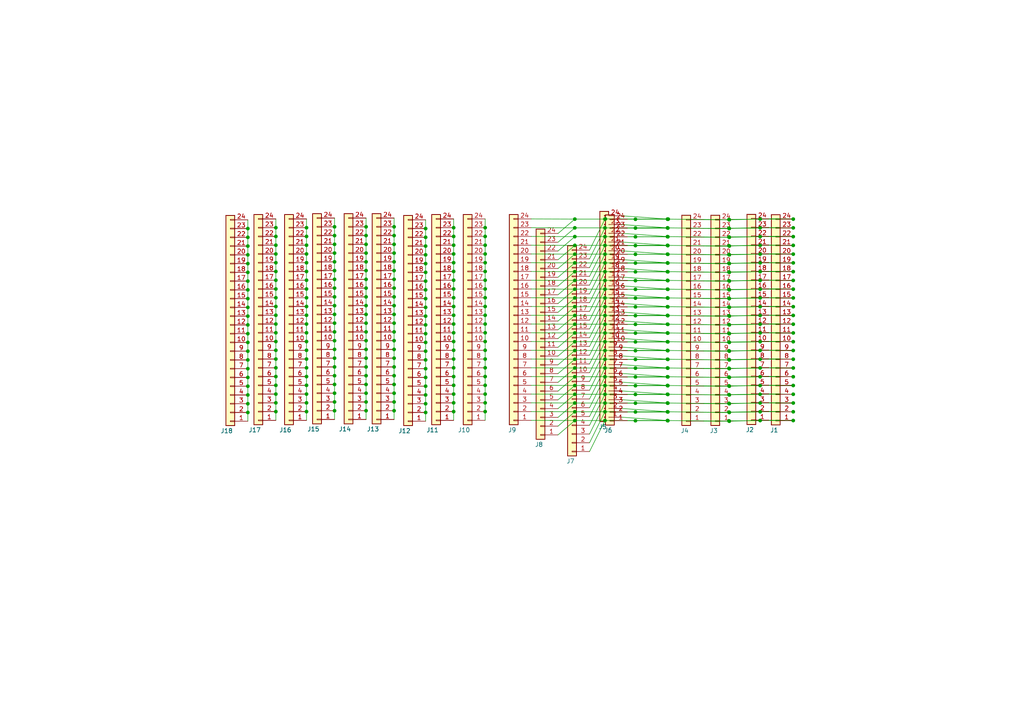
<source format=kicad_sch>
(kicad_sch (version 20211123) (generator eeschema)
  (paper "A4")
  (junction (at 114.3 68.326))
  (junction (at 106.172 75.946))
  (junction (at 106.172 96.266))
  (junction (at 193.7004 96.6216))
  (junction (at 140.716 99.06))
  (junction (at 140.716 106.68))
  (junction (at 71.882 78.994))
  (junction (at 106.172 106.426))
  (junction (at 184.3024 83.9216))
  (junction (at 71.882 73.914))
  (junction (at 166.7256 73.7108))
  (junction (at 220.472 81.3308))
  (junction (at 230.0732 88.9508))
  (junction (at 114.3 108.966))
  (junction (at 211.5312 106.934))
  (junction (at 106.172 98.806))
  (junction (at 175.4632 76.2508))
  (junction (at 220.472 99.1108))
  (junction (at 193.7004 66.1416))
  (junction (at 230.0732 91.4908))
  (junction (at 80.01 81.28))
  (junction (at 211.4296 86.5124))
  (junction (at 166.7256 106.7308))
  (junction (at 140.716 93.98))
  (junction (at 88.9 73.66))
  (junction (at 114.3 75.946))
  (junction (at 140.716 109.22))
  (junction (at 106.172 83.566))
  (junction (at 131.572 76.2))
  (junction (at 71.882 94.234))
  (junction (at 131.572 116.84))
  (junction (at 184.3024 76.3016))
  (junction (at 166.7256 78.7908))
  (junction (at 211.5312 63.754))
  (junction (at 166.7256 66.0908))
  (junction (at 80.01 99.06))
  (junction (at 166.7256 88.9508))
  (junction (at 211.4296 104.2924))
  (junction (at 97.028 93.726))
  (junction (at 131.572 104.14))
  (junction (at 220.472 116.8908))
  (junction (at 97.028 70.866))
  (junction (at 175.4632 88.9508))
  (junction (at 88.9 93.98))
  (junction (at 131.572 73.66))
  (junction (at 106.172 86.106))
  (junction (at 131.572 101.6))
  (junction (at 80.01 114.3))
  (junction (at 211.4296 83.9724))
  (junction (at 123.444 96.774))
  (junction (at 80.01 83.82))
  (junction (at 123.444 81.534))
  (junction (at 114.3 101.346))
  (junction (at 166.7256 63.5508))
  (junction (at 114.3 65.786))
  (junction (at 131.572 66.04))
  (junction (at 184.3024 106.7816))
  (junction (at 166.7256 81.3308))
  (junction (at 71.882 81.534))
  (junction (at 166.7256 99.1108))
  (junction (at 140.716 101.6))
  (junction (at 220.472 101.6508))
  (junction (at 88.9 86.36))
  (junction (at 230.0732 71.1708))
  (junction (at 193.5988 106.7308))
  (junction (at 184.3024 109.3216))
  (junction (at 175.4632 68.6308))
  (junction (at 184.3024 101.7016))
  (junction (at 211.5312 91.694))
  (junction (at 123.444 84.074))
  (junction (at 220.472 96.5708))
  (junction (at 114.3 83.566))
  (junction (at 123.444 86.614))
  (junction (at 175.4632 83.8708))
  (junction (at 114.3 96.266))
  (junction (at 175.4632 81.3308))
  (junction (at 184.3024 91.5416))
  (junction (at 123.444 109.474))
  (junction (at 230.0732 99.1108))
  (junction (at 88.9 91.44))
  (junction (at 166.7256 86.4108))
  (junction (at 114.3 73.406))
  (junction (at 97.028 65.786))
  (junction (at 106.172 101.346))
  (junction (at 88.9 114.3))
  (junction (at 80.01 66.04))
  (junction (at 193.7004 68.6816))
  (junction (at 80.01 111.76))
  (junction (at 220.472 83.8708))
  (junction (at 220.472 63.5508))
  (junction (at 211.5312 99.314))
  (junction (at 211.4296 63.6524))
  (junction (at 220.472 86.4108))
  (junction (at 230.0732 101.6508))
  (junction (at 97.028 116.586))
  (junction (at 193.5988 88.9508))
  (junction (at 71.882 99.314))
  (junction (at 140.716 66.04))
  (junction (at 230.0732 68.6308))
  (junction (at 97.028 83.566))
  (junction (at 140.716 91.44))
  (junction (at 131.572 96.52))
  (junction (at 211.4296 119.5324))
  (junction (at 230.0732 94.0308))
  (junction (at 211.5312 84.074))
  (junction (at 211.5312 73.914))
  (junction (at 140.716 73.66))
  (junction (at 193.7004 111.8616))
  (junction (at 71.882 68.834))
  (junction (at 80.01 71.12))
  (junction (at 131.572 106.68))
  (junction (at 123.444 66.294))
  (junction (at 166.7256 121.9708))
  (junction (at 211.5312 112.014))
  (junction (at 230.0732 116.8908))
  (junction (at 88.9 101.6))
  (junction (at 123.444 76.454))
  (junction (at 106.172 81.026))
  (junction (at 211.4296 78.8924))
  (junction (at 193.7004 104.2416))
  (junction (at 211.5312 104.394))
  (junction (at 211.5312 78.994))
  (junction (at 211.5312 81.534))
  (junction (at 106.172 114.046))
  (junction (at 211.4296 101.7524))
  (junction (at 230.0732 111.8108))
  (junction (at 71.882 119.634))
  (junction (at 175.4632 99.1108))
  (junction (at 80.01 88.9))
  (junction (at 230.0732 119.4308))
  (junction (at 166.7256 119.4308))
  (junction (at 106.172 108.966))
  (junction (at 193.7004 78.8416))
  (junction (at 131.572 83.82))
  (junction (at 211.4296 73.8124))
  (junction (at 88.9 81.28))
  (junction (at 106.172 93.726))
  (junction (at 193.7004 81.3816))
  (junction (at 211.4296 94.1324))
  (junction (at 211.5312 86.614))
  (junction (at 71.882 96.774))
  (junction (at 114.3 91.186))
  (junction (at 220.472 114.3508))
  (junction (at 193.5988 116.8908))
  (junction (at 106.172 111.506))
  (junction (at 166.7256 76.2508))
  (junction (at 71.882 109.474))
  (junction (at 88.9 68.58))
  (junction (at 184.3024 78.8416))
  (junction (at 193.5988 104.1908))
  (junction (at 131.572 114.3))
  (junction (at 123.444 78.994))
  (junction (at 184.3024 122.0216))
  (junction (at 88.9 106.68))
  (junction (at 97.028 75.946))
  (junction (at 80.01 101.6))
  (junction (at 193.7004 71.2216))
  (junction (at 123.444 71.374))
  (junction (at 193.5988 83.8708))
  (junction (at 80.01 91.44))
  (junction (at 193.5988 66.0908))
  (junction (at 97.028 81.026))
  (junction (at 88.9 76.2))
  (junction (at 211.4296 71.2724))
  (junction (at 220.472 104.1908))
  (junction (at 193.5988 63.5508))
  (junction (at 97.028 96.266))
  (junction (at 193.5988 73.7108))
  (junction (at 80.01 73.66))
  (junction (at 114.3 81.026))
  (junction (at 193.5988 78.7908))
  (junction (at 88.9 119.38))
  (junction (at 140.716 68.58))
  (junction (at 123.444 91.694))
  (junction (at 88.9 104.14))
  (junction (at 71.882 106.934))
  (junction (at 140.716 114.3))
  (junction (at 140.716 71.12))
  (junction (at 211.4296 76.3524))
  (junction (at 97.028 98.806))
  (junction (at 131.572 68.58))
  (junction (at 106.172 116.586))
  (junction (at 97.028 91.186))
  (junction (at 193.5988 119.4308))
  (junction (at 80.01 68.58))
  (junction (at 71.882 71.374))
  (junction (at 193.7004 89.0016))
  (junction (at 211.5312 114.554))
  (junction (at 80.01 116.84))
  (junction (at 123.444 94.234))
  (junction (at 97.028 106.426))
  (junction (at 230.0732 104.1908))
  (junction (at 140.716 116.84))
  (junction (at 97.028 88.646))
  (junction (at 114.3 119.126))
  (junction (at 211.5312 71.374))
  (junction (at 88.9 116.84))
  (junction (at 230.0732 121.9708))
  (junction (at 123.444 117.094))
  (junction (at 166.7256 111.8108))
  (junction (at 220.472 109.2708))
  (junction (at 175.4632 111.8108))
  (junction (at 106.172 73.406))
  (junction (at 131.572 93.98))
  (junction (at 114.3 106.426))
  (junction (at 131.572 78.74))
  (junction (at 193.5988 121.9708))
  (junction (at 220.472 106.7308))
  (junction (at 114.3 88.646))
  (junction (at 230.0732 109.2708))
  (junction (at 211.5312 119.634))
  (junction (at 71.882 66.294))
  (junction (at 193.7004 116.9416))
  (junction (at 175.4632 86.4108))
  (junction (at 80.01 93.98))
  (junction (at 175.4632 104.1908))
  (junction (at 114.3 111.506))
  (junction (at 193.7004 109.3216))
  (junction (at 193.5988 91.4908))
  (junction (at 184.3024 81.3816))
  (junction (at 184.3024 94.0816))
  (junction (at 175.4632 119.4308))
  (junction (at 166.7256 83.8708))
  (junction (at 114.3 114.046))
  (junction (at 211.5312 68.834))
  (junction (at 193.5988 68.6308))
  (junction (at 211.5312 89.154))
  (junction (at 193.7004 119.4816))
  (junction (at 175.4632 73.7108))
  (junction (at 71.882 101.854))
  (junction (at 123.444 114.554))
  (junction (at 131.572 86.36))
  (junction (at 211.5312 101.854))
  (junction (at 184.3024 89.0016))
  (junction (at 211.4296 96.6724))
  (junction (at 193.7004 83.9216))
  (junction (at 114.3 86.106))
  (junction (at 184.3024 104.2416))
  (junction (at 114.3 78.486))
  (junction (at 193.5988 96.5708))
  (junction (at 106.172 70.866))
  (junction (at 166.7256 101.6508))
  (junction (at 166.7256 116.8908))
  (junction (at 106.172 103.886))
  (junction (at 211.4296 114.4524))
  (junction (at 193.5988 94.0308))
  (junction (at 211.5312 117.094))
  (junction (at 175.4632 91.4908))
  (junction (at 175.4632 106.7308))
  (junction (at 123.444 112.014))
  (junction (at 97.028 108.966))
  (junction (at 131.572 88.9))
  (junction (at 71.882 76.454))
  (junction (at 88.9 99.06))
  (junction (at 230.0732 114.3508))
  (junction (at 193.7004 73.7616))
  (junction (at 140.716 76.2))
  (junction (at 211.4296 116.9924))
  (junction (at 140.716 119.38))
  (junction (at 140.716 86.36))
  (junction (at 131.572 99.06))
  (junction (at 175.4632 78.7908))
  (junction (at 175.4632 94.0308))
  (junction (at 131.572 111.76))
  (junction (at 123.444 101.854))
  (junction (at 184.3024 63.6016))
  (junction (at 211.4296 68.7324))
  (junction (at 193.5988 76.2508))
  (junction (at 193.802 63.5508))
  (junction (at 220.472 76.2508))
  (junction (at 175.5648 63.5))
  (junction (at 166.7256 94.0308))
  (junction (at 230.0732 66.0908))
  (junction (at 97.028 103.886))
  (junction (at 166.7256 71.1708))
  (junction (at 193.5988 111.8108))
  (junction (at 80.01 104.14))
  (junction (at 184.3024 111.8616))
  (junction (at 193.7004 86.4616))
  (junction (at 211.4296 81.4324))
  (junction (at 220.472 121.9708))
  (junction (at 193.5988 99.1108))
  (junction (at 193.5988 71.1708))
  (junction (at 140.716 96.52))
  (junction (at 230.0732 83.8708))
  (junction (at 193.7004 99.1616))
  (junction (at 184.3024 119.4816))
  (junction (at 106.172 68.326))
  (junction (at 88.9 109.22))
  (junction (at 71.882 84.074))
  (junction (at 193.7004 114.4016))
  (junction (at 97.028 86.106))
  (junction (at 71.882 104.394))
  (junction (at 193.5988 109.2708))
  (junction (at 220.472 71.1708))
  (junction (at 211.5312 96.774))
  (junction (at 193.7004 63.6016))
  (junction (at 80.01 96.52))
  (junction (at 184.3024 71.2216))
  (junction (at 88.9 83.82))
  (junction (at 230.0732 63.5508))
  (junction (at 211.4296 66.1924))
  (junction (at 193.5988 81.3308))
  (junction (at 88.9 88.9))
  (junction (at 175.4632 101.6508))
  (junction (at 166.7256 91.4908))
  (junction (at 140.716 78.74))
  (junction (at 140.716 83.82))
  (junction (at 211.4296 122.0724))
  (junction (at 114.3 116.586))
  (junction (at 88.9 96.52))
  (junction (at 230.0732 86.4108))
  (junction (at 230.0732 78.7908))
  (junction (at 123.444 104.394))
  (junction (at 184.3024 68.6816))
  (junction (at 175.4632 63.5508))
  (junction (at 71.882 112.014))
  (junction (at 131.572 91.44))
  (junction (at 123.444 89.154))
  (junction (at 175.4632 116.8908))
  (junction (at 88.9 78.74))
  (junction (at 193.5988 86.4108))
  (junction (at 220.472 78.7908))
  (junction (at 71.882 86.614))
  (junction (at 71.882 117.094))
  (junction (at 230.0732 81.3308))
  (junction (at 71.882 89.154))
  (junction (at 140.716 88.9))
  (junction (at 123.444 99.314))
  (junction (at 211.4296 99.2124))
  (junction (at 166.7256 109.2708))
  (junction (at 211.5312 76.454))
  (junction (at 230.0732 96.5708))
  (junction (at 220.472 91.4908))
  (junction (at 80.01 106.68))
  (junction (at 71.882 114.554))
  (junction (at 193.7004 91.5416))
  (junction (at 193.5988 101.6508))
  (junction (at 131.572 109.22))
  (junction (at 106.172 119.126))
  (junction (at 230.0732 76.2508))
  (junction (at 80.01 76.2))
  (junction (at 114.3 70.866))
  (junction (at 97.028 73.406))
  (junction (at 175.4632 66.0908))
  (junction (at 131.572 71.12))
  (junction (at 166.7256 104.1908))
  (junction (at 193.7004 101.7016))
  (junction (at 140.716 111.76))
  (junction (at 123.444 119.634))
  (junction (at 80.01 86.36))
  (junction (at 211.5312 66.294))
  (junction (at 193.7004 106.7816))
  (junction (at 97.028 78.486))
  (junction (at 106.172 65.786))
  (junction (at 123.444 106.934))
  (junction (at 123.444 73.914))
  (junction (at 175.4632 71.1708))
  (junction (at 80.01 109.22))
  (junction (at 97.028 119.126))
  (junction (at 193.7004 122.0216))
  (junction (at 230.0732 73.7108))
  (junction (at 193.5988 114.3508))
  (junction (at 184.3024 96.6216))
  (junction (at 106.172 88.646))
  (junction (at 131.572 119.38))
  (junction (at 175.4632 109.2708))
  (junction (at 97.028 68.326))
  (junction (at 166.7256 68.6308))
  (junction (at 184.3024 86.4616))
  (junction (at 184.3024 99.1616))
  (junction (at 166.7256 96.5708))
  (junction (at 184.3024 73.7616))
  (junction (at 71.882 91.694))
  (junction (at 114.3 103.886))
  (junction (at 211.4296 106.8324))
  (junction (at 193.7004 94.0816))
  (junction (at 88.9 66.04))
  (junction (at 175.4632 114.3508))
  (junction (at 114.3 98.806))
  (junction (at 88.9 111.76))
  (junction (at 175.4632 96.5708))
  (junction (at 211.4296 89.0524))
  (junction (at 97.028 101.346))
  (junction (at 123.444 68.834))
  (junction (at 184.3024 116.9416))
  (junction (at 140.716 81.28))
  (junction (at 211.4296 109.3724))
  (junction (at 220.472 111.8108))
  (junction (at 80.01 119.38))
  (junction (at 220.472 88.9508))
  (junction (at 211.5312 94.234))
  (junction (at 97.028 111.506))
  (junction (at 211.4296 111.9124))
  (junction (at 106.172 91.186))
  (junction (at 211.5312 122.174))
  (junction (at 106.172 78.486))
  (junction (at 184.3024 66.1416))
  (junction (at 220.472 68.6308))
  (junction (at 184.3024 114.4016))
  (junction (at 220.472 66.0908))
  (junction (at 220.472 119.4308))
  (junction (at 211.5312 109.474))
  (junction (at 140.716 104.14))
  (junction (at 97.028 114.046))
  (junction (at 80.01 78.74))
  (junction (at 220.472 73.7108))
  (junction (at 88.9 71.12))
  (junction (at 114.3 93.726))
  (junction (at 211.4296 91.5924))
  (junction (at 193.7004 76.3016))
  (junction (at 220.472 94.0308))
  (junction (at 131.572 81.28))
  (junction (at 175.4632 121.9708))
  (junction (at 166.7256 114.3508))
  (junction (at 230.0732 106.7308))
  (wire (pts (xy 71.882 84.074) (xy 71.882 86.614)))
  (wire (pts (xy 140.716 63.5) (xy 140.716 66.04)))
  (wire (pts (xy 184.3024 94.0816) (xy 193.7004 94.0816)))
  (wire (pts (xy 204.1144 99.2632) (xy 211.5312 99.314)))
  (wire (pts (xy 211.5312 112.014) (xy 193.5988 111.8108)))
  (wire (pts (xy 220.472 76.2508) (xy 211.4296 76.3524)))
  (wire (pts (xy 204.1144 86.5632) (xy 211.5312 86.614)))
  (wire (pts (xy 80.01 86.36) (xy 80.01 88.9)))
  (wire (pts (xy 212.5472 73.8632) (xy 220.472 73.7108)))
  (wire (pts (xy 97.028 114.046) (xy 97.028 116.586)))
  (wire (pts (xy 166.7256 121.9708) (xy 175.4632 121.9708)))
  (wire (pts (xy 71.882 63.754) (xy 71.882 66.294)))
  (wire (pts (xy 80.01 88.9) (xy 80.01 91.44)))
  (wire (pts (xy 220.472 96.5708) (xy 211.4296 96.6724)))
  (wire (pts (xy 204.1144 71.3232) (xy 211.5312 71.374)))
  (wire (pts (xy 184.3024 109.3216) (xy 193.7004 109.3216)))
  (wire (pts (xy 88.9 83.82) (xy 88.9 86.36)))
  (wire (pts (xy 88.9 68.58) (xy 88.9 71.12)))
  (wire (pts (xy 223.012 86.3092) (xy 230.0732 86.4108)))
  (wire (pts (xy 170.9928 105.5624) (xy 175.4632 96.5708)))
  (wire (pts (xy 181.9656 91.5416) (xy 184.3024 91.5416)))
  (wire (pts (xy 180.34 95.6056) (xy 193.5988 96.5708)))
  (wire (pts (xy 220.472 94.0308) (xy 211.4296 94.1324)))
  (wire (pts (xy 106.172 93.726) (xy 106.172 96.266)))
  (wire (pts (xy 97.028 111.506) (xy 97.028 114.046)))
  (wire (pts (xy 184.3024 89.0016) (xy 193.7004 89.0016)))
  (wire (pts (xy 114.3 96.266) (xy 114.3 98.806)))
  (wire (pts (xy 211.4296 111.9124) (xy 211.5312 112.014)))
  (wire (pts (xy 106.172 70.866) (xy 106.172 73.406)))
  (wire (pts (xy 106.172 91.186) (xy 106.172 93.726)))
  (wire (pts (xy 193.7004 66.1416) (xy 175.4632 66.0908)))
  (wire (pts (xy 223.012 104.0892) (xy 230.0732 104.1908)))
  (wire (pts (xy 212.5472 63.7032) (xy 220.472 63.5508)))
  (wire (pts (xy 184.3024 86.4616) (xy 193.7004 86.4616)))
  (wire (pts (xy 97.028 93.726) (xy 97.028 96.266)))
  (wire (pts (xy 140.716 76.2) (xy 140.716 78.74)))
  (wire (pts (xy 212.5472 81.4832) (xy 220.472 81.3308)))
  (wire (pts (xy 88.9 73.66) (xy 88.9 76.2)))
  (wire (pts (xy 211.4296 122.0724) (xy 211.5312 122.174)))
  (wire (pts (xy 180.34 93.0656) (xy 193.5988 94.0308)))
  (wire (pts (xy 131.572 91.44) (xy 131.572 93.98)))
  (wire (pts (xy 180.34 87.9856) (xy 193.5988 88.9508)))
  (wire (pts (xy 114.3 86.106) (xy 114.3 88.646)))
  (wire (pts (xy 211.4296 68.7324) (xy 211.5312 68.834)))
  (wire (pts (xy 140.716 78.74) (xy 140.716 81.28)))
  (wire (pts (xy 154.0764 68.58) (xy 166.7256 68.6308)))
  (wire (pts (xy 161.8488 110.8964) (xy 166.7256 106.7308)))
  (wire (pts (xy 88.9 81.28) (xy 88.9 83.82)))
  (wire (pts (xy 140.716 81.28) (xy 140.716 83.82)))
  (wire (pts (xy 88.9 88.9) (xy 88.9 91.44)))
  (wire (pts (xy 212.5472 101.8032) (xy 220.472 101.6508)))
  (wire (pts (xy 193.5988 83.8708) (xy 184.3024 83.9216)))
  (wire (pts (xy 230.0732 106.7308) (xy 220.472 106.7308)))
  (wire (pts (xy 166.7256 106.7308) (xy 175.4632 106.7308)))
  (wire (pts (xy 230.0732 83.8708) (xy 220.472 83.8708)))
  (wire (pts (xy 193.5988 104.1908) (xy 184.3024 104.2416)))
  (wire (pts (xy 223.012 96.4692) (xy 230.0732 96.5708)))
  (wire (pts (xy 170.9928 77.6224) (xy 175.4632 68.6308)))
  (wire (pts (xy 211.4296 106.8324) (xy 211.5312 106.934)))
  (wire (pts (xy 211.4296 91.5924) (xy 211.5312 91.694)))
  (wire (pts (xy 154.0764 91.44) (xy 166.7256 91.4908)))
  (wire (pts (xy 184.3024 119.4816) (xy 193.7004 119.4816)))
  (wire (pts (xy 97.028 78.486) (xy 97.028 81.026)))
  (wire (pts (xy 170.9928 115.7224) (xy 175.4632 106.7308)))
  (wire (pts (xy 170.9928 97.9424) (xy 175.4632 88.9508)))
  (wire (pts (xy 193.5988 73.7108) (xy 184.3024 73.7616)))
  (wire (pts (xy 88.9 119.38) (xy 88.9 121.92)))
  (wire (pts (xy 204.1144 91.6432) (xy 211.5312 91.694)))
  (wire (pts (xy 211.5312 81.534) (xy 193.5988 81.3308)))
  (wire (pts (xy 97.028 119.126) (xy 97.028 121.666)))
  (wire (pts (xy 154.0764 116.84) (xy 166.7256 116.8908)))
  (wire (pts (xy 140.716 109.22) (xy 140.716 111.76)))
  (wire (pts (xy 204.1144 94.1832) (xy 211.5312 94.234)))
  (wire (pts (xy 80.01 91.44) (xy 80.01 93.98)))
  (wire (pts (xy 71.882 94.234) (xy 71.882 96.774)))
  (wire (pts (xy 106.172 75.946) (xy 106.172 78.486)))
  (wire (pts (xy 211.4296 86.5124) (xy 211.5312 86.614)))
  (wire (pts (xy 154.0764 119.38) (xy 166.7256 119.4308)))
  (wire (pts (xy 193.7004 114.4016) (xy 175.4632 114.3508)))
  (wire (pts (xy 80.01 83.82) (xy 80.01 86.36)))
  (wire (pts (xy 220.472 86.4108) (xy 211.4296 86.5124)))
  (wire (pts (xy 123.444 86.614) (xy 123.444 89.154)))
  (wire (pts (xy 230.0732 111.8108) (xy 220.472 111.8108)))
  (wire (pts (xy 220.472 99.1108) (xy 211.4296 99.2124)))
  (wire (pts (xy 184.3024 106.7816) (xy 193.7004 106.7816)))
  (wire (pts (xy 223.012 65.9892) (xy 230.0732 66.0908)))
  (wire (pts (xy 166.7256 96.5708) (xy 175.4632 96.5708)))
  (wire (pts (xy 193.7004 89.0016) (xy 175.4632 88.9508)))
  (wire (pts (xy 140.716 104.14) (xy 140.716 106.68)))
  (wire (pts (xy 230.0732 109.2708) (xy 220.472 109.2708)))
  (wire (pts (xy 170.9928 113.1824) (xy 175.4632 104.1908)))
  (wire (pts (xy 97.028 73.406) (xy 97.028 75.946)))
  (wire (pts (xy 114.3 63.246) (xy 114.3 65.786)))
  (wire (pts (xy 123.444 112.014) (xy 123.444 114.554)))
  (wire (pts (xy 220.472 91.4908) (xy 211.4296 91.5924)))
  (wire (pts (xy 106.172 108.966) (xy 106.172 111.506)))
  (wire (pts (xy 106.172 63.246) (xy 106.172 65.786)))
  (wire (pts (xy 114.3 98.806) (xy 114.3 101.346)))
  (wire (pts (xy 131.572 119.38) (xy 131.572 121.92)))
  (wire (pts (xy 97.028 103.886) (xy 97.028 106.426)))
  (wire (pts (xy 154.0764 101.6) (xy 166.7256 101.6508)))
  (wire (pts (xy 223.012 76.1492) (xy 230.0732 76.2508)))
  (wire (pts (xy 212.5472 114.5032) (xy 220.472 114.3508)))
  (wire (pts (xy 184.3024 63.6016) (xy 193.7004 63.6016)))
  (wire (pts (xy 80.01 99.06) (xy 80.01 101.6)))
  (wire (pts (xy 230.0732 119.4308) (xy 220.472 119.4308)))
  (wire (pts (xy 211.4296 96.6724) (xy 211.5312 96.774)))
  (wire (pts (xy 184.3024 76.3016) (xy 193.7004 76.3016)))
  (wire (pts (xy 131.572 83.82) (xy 131.572 86.36)))
  (wire (pts (xy 211.5312 96.774) (xy 193.5988 96.5708)))
  (wire (pts (xy 193.5988 111.8108) (xy 184.3024 111.8616)))
  (wire (pts (xy 184.3024 91.5416) (xy 193.7004 91.5416)))
  (wire (pts (xy 181.9656 99.1616) (xy 184.3024 99.1616)))
  (wire (pts (xy 184.3024 68.6816) (xy 193.7004 68.6816)))
  (wire (pts (xy 80.01 96.52) (xy 80.01 99.06)))
  (wire (pts (xy 204.1144 111.9632) (xy 211.5312 112.014)))
  (wire (pts (xy 170.9928 125.8824) (xy 175.4632 116.8908)))
  (wire (pts (xy 193.7004 76.3016) (xy 175.4632 76.2508)))
  (wire (pts (xy 97.028 116.586) (xy 97.028 119.126)))
  (wire (pts (xy 212.5472 94.1832) (xy 220.472 94.0308)))
  (wire (pts (xy 71.882 104.394) (xy 71.882 106.934)))
  (wire (pts (xy 211.5312 84.074) (xy 193.5988 83.8708)))
  (wire (pts (xy 106.172 114.046) (xy 106.172 116.586)))
  (wire (pts (xy 97.028 70.866) (xy 97.028 73.406)))
  (wire (pts (xy 154.0764 71.12) (xy 166.7256 71.1708)))
  (wire (pts (xy 211.4296 101.7524) (xy 211.5312 101.854)))
  (wire (pts (xy 123.444 114.554) (xy 123.444 117.094)))
  (wire (pts (xy 193.7004 109.3216) (xy 175.4632 109.2708)))
  (wire (pts (xy 180.34 121.0056) (xy 193.5988 121.9708)))
  (wire (pts (xy 140.716 106.68) (xy 140.716 109.22)))
  (wire (pts (xy 211.5312 119.634) (xy 193.5988 119.4308)))
  (wire (pts (xy 193.7004 101.7016) (xy 175.4632 101.6508)))
  (wire (pts (xy 181.9656 76.3016) (xy 184.3024 76.3016)))
  (wire (pts (xy 204.1144 101.8032) (xy 211.5312 101.854)))
  (wire (pts (xy 161.8488 72.7964) (xy 166.7256 68.6308)))
  (wire (pts (xy 193.5988 91.4908) (xy 184.3024 91.5416)))
  (wire (pts (xy 114.3 75.946) (xy 114.3 78.486)))
  (wire (pts (xy 140.716 88.9) (xy 140.716 91.44)))
  (wire (pts (xy 71.882 71.374) (xy 71.882 73.914)))
  (wire (pts (xy 223.012 83.7692) (xy 230.0732 83.8708)))
  (wire (pts (xy 211.4296 109.3724) (xy 211.5312 109.474)))
  (wire (pts (xy 212.5472 99.2632) (xy 220.472 99.1108)))
  (wire (pts (xy 123.444 104.394) (xy 123.444 106.934)))
  (wire (pts (xy 170.9928 128.4224) (xy 175.4632 119.4308)))
  (wire (pts (xy 193.5988 76.2508) (xy 184.3024 76.3016)))
  (wire (pts (xy 161.8488 108.3564) (xy 166.7256 104.1908)))
  (wire (pts (xy 154.0764 111.76) (xy 166.7256 111.8108)))
  (wire (pts (xy 220.472 109.2708) (xy 211.4296 109.3724)))
  (wire (pts (xy 211.4296 116.9924) (xy 211.5312 117.094)))
  (wire (pts (xy 211.4296 99.2124) (xy 211.5312 99.314)))
  (wire (pts (xy 97.028 65.786) (xy 97.028 68.326)))
  (wire (pts (xy 223.012 78.6892) (xy 230.0732 78.7908)))
  (wire (pts (xy 131.572 93.98) (xy 131.572 96.52)))
  (wire (pts (xy 97.028 108.966) (xy 97.028 111.506)))
  (wire (pts (xy 204.1144 63.7032) (xy 211.5312 63.754)))
  (wire (pts (xy 212.5472 86.5632) (xy 220.472 86.4108)))
  (wire (pts (xy 106.172 101.346) (xy 106.172 103.886)))
  (wire (pts (xy 204.1144 109.4232) (xy 211.5312 109.474)))
  (wire (pts (xy 181.9656 78.8416) (xy 184.3024 78.8416)))
  (wire (pts (xy 211.5312 104.394) (xy 193.5988 104.1908)))
  (wire (pts (xy 166.7256 83.8708) (xy 175.4632 83.8708)))
  (wire (pts (xy 184.3024 101.7016) (xy 193.7004 101.7016)))
  (wire (pts (xy 184.3024 116.9416) (xy 193.7004 116.9416)))
  (wire (pts (xy 131.572 78.74) (xy 131.572 81.28)))
  (wire (pts (xy 184.3024 122.0216) (xy 193.7004 122.0216)))
  (wire (pts (xy 212.5472 71.3232) (xy 220.472 71.1708)))
  (wire (pts (xy 175.5648 63.5) (xy 175.4632 63.5508)))
  (wire (pts (xy 193.7004 111.8616) (xy 175.4632 111.8108)))
  (wire (pts (xy 211.5312 122.174) (xy 193.5988 121.9708)))
  (wire (pts (xy 123.444 101.854) (xy 123.444 104.394)))
  (wire (pts (xy 180.34 62.5856) (xy 193.5988 63.5508)))
  (wire (pts (xy 212.5472 68.7832) (xy 220.472 68.6308)))
  (wire (pts (xy 230.0732 86.4108) (xy 220.472 86.4108)))
  (wire (pts (xy 114.3 101.346) (xy 114.3 103.886)))
  (wire (pts (xy 161.8488 93.1164) (xy 166.7256 88.9508)))
  (wire (pts (xy 193.5988 66.0908) (xy 184.3024 66.1416)))
  (wire (pts (xy 220.472 81.3308) (xy 211.4296 81.4324)))
  (wire (pts (xy 193.802 63.5508) (xy 175.5648 63.5)))
  (wire (pts (xy 88.9 104.14) (xy 88.9 106.68)))
  (wire (pts (xy 181.9656 66.1416) (xy 184.3024 66.1416)))
  (wire (pts (xy 166.7256 86.4108) (xy 175.4632 86.4108)))
  (wire (pts (xy 204.1144 66.2432) (xy 211.5312 66.294)))
  (wire (pts (xy 97.028 83.566) (xy 97.028 86.106)))
  (wire (pts (xy 193.5988 63.5508) (xy 184.3024 63.6016)))
  (wire (pts (xy 106.172 68.326) (xy 106.172 70.866)))
  (wire (pts (xy 204.1144 76.4032) (xy 211.5312 76.454)))
  (wire (pts (xy 161.8488 67.7164) (xy 166.7256 63.5508)))
  (wire (pts (xy 123.444 76.454) (xy 123.444 78.994)))
  (wire (pts (xy 220.472 111.8108) (xy 211.4296 111.9124)))
  (wire (pts (xy 106.172 86.106) (xy 106.172 88.646)))
  (wire (pts (xy 193.7004 94.0816) (xy 175.4632 94.0308)))
  (wire (pts (xy 170.9928 85.2424) (xy 175.4632 76.2508)))
  (wire (pts (xy 211.5312 101.854) (xy 193.5988 101.6508)))
  (wire (pts (xy 220.472 83.8708) (xy 211.4296 83.9724)))
  (wire (pts (xy 106.172 78.486) (xy 106.172 81.026)))
  (wire (pts (xy 71.882 106.934) (xy 71.882 109.474)))
  (wire (pts (xy 80.01 81.28) (xy 80.01 83.82)))
  (wire (pts (xy 140.716 111.76) (xy 140.716 114.3)))
  (wire (pts (xy 123.444 96.774) (xy 123.444 99.314)))
  (wire (pts (xy 88.9 63.5) (xy 88.9 66.04)))
  (wire (pts (xy 123.444 71.374) (xy 123.444 73.914)))
  (wire (pts (xy 161.8488 77.8764) (xy 166.7256 73.7108)))
  (wire (pts (xy 106.172 88.646) (xy 106.172 91.186)))
  (wire (pts (xy 131.572 109.22) (xy 131.572 111.76)))
  (wire (pts (xy 230.0732 116.8908) (xy 220.472 116.8908)))
  (wire (pts (xy 212.5472 84.0232) (xy 220.472 83.8708)))
  (wire (pts (xy 71.882 66.294) (xy 71.882 68.834)))
  (wire (pts (xy 211.5312 91.694) (xy 193.5988 91.4908)))
  (wire (pts (xy 154.0764 81.28) (xy 166.7256 81.3308)))
  (wire (pts (xy 211.5312 63.754) (xy 193.5988 63.5508)))
  (wire (pts (xy 88.9 111.76) (xy 88.9 114.3)))
  (wire (pts (xy 181.9656 114.4016) (xy 184.3024 114.4016)))
  (wire (pts (xy 220.472 121.9708) (xy 211.4296 122.0724)))
  (wire (pts (xy 88.9 114.3) (xy 88.9 116.84)))
  (wire (pts (xy 212.5472 89.1032) (xy 220.472 88.9508)))
  (wire (pts (xy 223.012 114.2492) (xy 230.0732 114.3508)))
  (wire (pts (xy 180.34 80.3656) (xy 193.5988 81.3308)))
  (wire (pts (xy 80.01 106.68) (xy 80.01 109.22)))
  (wire (pts (xy 230.0732 71.1708) (xy 220.472 71.1708)))
  (wire (pts (xy 154.0764 88.9) (xy 166.7256 88.9508)))
  (wire (pts (xy 80.01 116.84) (xy 80.01 119.38)))
  (wire (pts (xy 131.572 96.52) (xy 131.572 99.06)))
  (wire (pts (xy 220.472 119.4308) (xy 211.4296 119.5324)))
  (wire (pts (xy 212.5472 106.8832) (xy 220.472 106.7308)))
  (wire (pts (xy 106.172 73.406) (xy 106.172 75.946)))
  (wire (pts (xy 220.472 106.7308) (xy 211.4296 106.8324)))
  (wire (pts (xy 154.0764 86.36) (xy 166.7256 86.4108)))
  (wire (pts (xy 114.3 91.186) (xy 114.3 93.726)))
  (wire (pts (xy 170.9928 80.1624) (xy 175.4632 71.1708)))
  (wire (pts (xy 161.8488 82.9564) (xy 166.7256 78.7908)))
  (wire (pts (xy 193.7004 116.9416) (xy 175.4632 116.8908)))
  (wire (pts (xy 184.3024 96.6216) (xy 193.7004 96.6216)))
  (wire (pts (xy 114.3 88.646) (xy 114.3 91.186)))
  (wire (pts (xy 123.444 99.314) (xy 123.444 101.854)))
  (wire (pts (xy 166.7256 119.4308) (xy 175.4632 119.4308)))
  (wire (pts (xy 114.3 70.866) (xy 114.3 73.406)))
  (wire (pts (xy 211.4296 114.4524) (xy 211.5312 114.554)))
  (wire (pts (xy 170.9928 100.4824) (xy 175.4632 91.4908)))
  (wire (pts (xy 123.444 63.754) (xy 123.444 66.294)))
  (wire (pts (xy 193.5988 119.4308) (xy 184.3024 119.4816)))
  (wire (pts (xy 181.9656 101.7016) (xy 184.3024 101.7016)))
  (wire (pts (xy 140.716 96.52) (xy 140.716 99.06)))
  (wire (pts (xy 180.34 118.4656) (xy 193.5988 119.4308)))
  (wire (pts (xy 193.7004 96.6216) (xy 175.4632 96.5708)))
  (wire (pts (xy 193.7004 78.8416) (xy 175.4632 78.7908)))
  (wire (pts (xy 88.9 116.84) (xy 88.9 119.38)))
  (wire (pts (xy 223.012 68.5292) (xy 230.0732 68.6308)))
  (wire (pts (xy 140.716 68.58) (xy 140.716 71.12)))
  (wire (pts (xy 223.012 101.5492) (xy 230.0732 101.6508)))
  (wire (pts (xy 131.572 88.9) (xy 131.572 91.44)))
  (wire (pts (xy 166.7256 116.8908) (xy 175.4632 116.8908)))
  (wire (pts (xy 170.9928 103.0224) (xy 175.4632 94.0308)))
  (wire (pts (xy 80.01 63.5) (xy 80.01 66.04)))
  (wire (pts (xy 193.7004 73.7616) (xy 175.4632 73.7108)))
  (wire (pts (xy 193.5988 121.9708) (xy 184.3024 122.0216)))
  (wire (pts (xy 123.444 91.694) (xy 123.444 94.234)))
  (wire (pts (xy 161.8488 123.5964) (xy 166.7256 119.4308)))
  (wire (pts (xy 223.012 106.6292) (xy 230.0732 106.7308)))
  (wire (pts (xy 140.716 93.98) (xy 140.716 96.52)))
  (wire (pts (xy 123.444 66.294) (xy 123.444 68.834)))
  (wire (pts (xy 114.3 108.966) (xy 114.3 111.506)))
  (wire (pts (xy 223.012 81.2292) (xy 230.0732 81.3308)))
  (wire (pts (xy 131.572 106.68) (xy 131.572 109.22)))
  (wire (pts (xy 211.4296 119.5324) (xy 211.5312 119.634)))
  (wire (pts (xy 181.9656 109.3216) (xy 184.3024 109.3216)))
  (wire (pts (xy 71.882 96.774) (xy 71.882 99.314)))
  (wire (pts (xy 161.8488 90.5764) (xy 166.7256 86.4108)))
  (wire (pts (xy 230.0732 94.0308) (xy 220.472 94.0308)))
  (wire (pts (xy 114.3 83.566) (xy 114.3 86.106)))
  (wire (pts (xy 114.3 103.886) (xy 114.3 106.426)))
  (wire (pts (xy 88.9 86.36) (xy 88.9 88.9)))
  (wire (pts (xy 211.5312 99.314) (xy 193.5988 99.1108)))
  (wire (pts (xy 97.028 91.186) (xy 97.028 93.726)))
  (wire (pts (xy 154.0764 121.92) (xy 166.7256 121.9708)))
  (wire (pts (xy 106.172 65.786) (xy 106.172 68.326)))
  (wire (pts (xy 71.882 78.994) (xy 71.882 81.534)))
  (wire (pts (xy 97.028 81.026) (xy 97.028 83.566)))
  (wire (pts (xy 230.0732 99.1108) (xy 220.472 99.1108)))
  (wire (pts (xy 181.9656 96.6216) (xy 184.3024 96.6216)))
  (wire (pts (xy 131.572 86.36) (xy 131.572 88.9)))
  (wire (pts (xy 166.7256 81.3308) (xy 175.4632 81.3308)))
  (wire (pts (xy 211.5312 78.994) (xy 193.5988 78.7908)))
  (wire (pts (xy 223.012 121.8692) (xy 230.0732 121.9708)))
  (wire (pts (xy 181.9656 119.4816) (xy 184.3024 119.4816)))
  (wire (pts (xy 193.5988 86.4108) (xy 184.3024 86.4616)))
  (wire (pts (xy 166.7256 99.1108) (xy 175.4632 99.1108)))
  (wire (pts (xy 180.34 98.1456) (xy 193.5988 99.1108)))
  (wire (pts (xy 80.01 66.04) (xy 80.01 68.58)))
  (wire (pts (xy 181.9656 81.3816) (xy 184.3024 81.3816)))
  (wire (pts (xy 166.7256 91.4908) (xy 175.4632 91.4908)))
  (wire (pts (xy 223.012 119.3292) (xy 230.0732 119.4308)))
  (wire (pts (xy 166.7256 68.6308) (xy 175.4632 68.6308)))
  (wire (pts (xy 88.9 66.04) (xy 88.9 68.58)))
  (wire (pts (xy 193.5988 78.7908) (xy 184.3024 78.8416)))
  (wire (pts (xy 181.9656 86.4616) (xy 184.3024 86.4616)))
  (wire (pts (xy 230.0732 104.1908) (xy 220.472 104.1908)))
  (wire (pts (xy 161.8488 70.2564) (xy 166.7256 66.0908)))
  (wire (pts (xy 71.882 89.154) (xy 71.882 91.694)))
  (wire (pts (xy 204.1144 122.1232) (xy 211.5312 122.174)))
  (wire (pts (xy 170.9928 72.5424) (xy 175.4632 63.5508)))
  (wire (pts (xy 193.7004 81.3816) (xy 175.4632 81.3308)))
  (wire (pts (xy 211.4296 94.1324) (xy 211.5312 94.234)))
  (wire (pts (xy 161.8488 85.4964) (xy 166.7256 81.3308)))
  (wire (pts (xy 131.572 76.2) (xy 131.572 78.74)))
  (wire (pts (xy 212.5472 117.0432) (xy 220.472 116.8908)))
  (wire (pts (xy 123.444 81.534) (xy 123.444 84.074)))
  (wire (pts (xy 131.572 101.6) (xy 131.572 104.14)))
  (wire (pts (xy 230.0732 114.3508) (xy 220.472 114.3508)))
  (wire (pts (xy 193.7004 91.5416) (xy 175.4632 91.4908)))
  (wire (pts (xy 180.34 108.3056) (xy 193.5988 109.2708)))
  (wire (pts (xy 166.7256 76.2508) (xy 175.4632 76.2508)))
  (wire (pts (xy 154.0764 96.52) (xy 166.7256 96.5708)))
  (wire (pts (xy 106.172 111.506) (xy 106.172 114.046)))
  (wire (pts (xy 212.5472 111.9632) (xy 220.472 111.8108)))
  (wire (pts (xy 88.9 109.22) (xy 88.9 111.76)))
  (wire (pts (xy 212.5472 76.4032) (xy 220.472 76.2508)))
  (wire (pts (xy 80.01 104.14) (xy 80.01 106.68)))
  (wire (pts (xy 154.0764 78.74) (xy 166.7256 78.7908)))
  (wire (pts (xy 140.716 119.38) (xy 140.716 121.92)))
  (wire (pts (xy 223.012 88.8492) (xy 230.0732 88.9508)))
  (wire (pts (xy 211.4296 73.8124) (xy 211.5312 73.914)))
  (wire (pts (xy 223.012 116.7892) (xy 230.0732 116.8908)))
  (wire (pts (xy 211.5312 109.474) (xy 193.5988 109.2708)))
  (wire (pts (xy 123.444 94.234) (xy 123.444 96.774)))
  (wire (pts (xy 166.7256 78.7908) (xy 175.4632 78.7908)))
  (wire (pts (xy 80.01 68.58) (xy 80.01 71.12)))
  (wire (pts (xy 212.5472 78.9432) (xy 220.472 78.7908)))
  (wire (pts (xy 204.1144 73.8632) (xy 211.5312 73.914)))
  (wire (pts (xy 71.882 99.314) (xy 71.882 101.854)))
  (wire (pts (xy 180.34 70.2056) (xy 193.5988 71.1708)))
  (wire (pts (xy 161.8488 103.2764) (xy 166.7256 99.1108)))
  (wire (pts (xy 114.3 119.126) (xy 114.3 121.666)))
  (wire (pts (xy 71.882 76.454) (xy 71.882 78.994)))
  (wire (pts (xy 204.1144 119.5832) (xy 211.5312 119.634)))
  (wire (pts (xy 204.1144 104.3432) (xy 211.5312 104.394)))
  (wire (pts (xy 131.572 81.28) (xy 131.572 83.82)))
  (wire (pts (xy 154.0764 66.04) (xy 166.7256 66.0908)))
  (wire (pts (xy 140.716 101.6) (xy 140.716 104.14)))
  (wire (pts (xy 220.472 63.5508) (xy 211.4296 63.6524)))
  (wire (pts (xy 220.472 68.6308) (xy 211.4296 68.7324)))
  (wire (pts (xy 230.0732 63.5508) (xy 220.472 63.5508)))
  (wire (pts (xy 211.5312 66.294) (xy 193.5988 66.0908)))
  (wire (pts (xy 212.5472 109.4232) (xy 220.472 109.2708)))
  (wire (pts (xy 204.1144 106.8832) (xy 211.5312 106.934)))
  (wire (pts (xy 180.34 85.4456) (xy 193.5988 86.4108)))
  (wire (pts (xy 220.472 71.1708) (xy 211.4296 71.2724)))
  (wire (pts (xy 211.4296 76.3524) (xy 211.5312 76.454)))
  (wire (pts (xy 88.9 96.52) (xy 88.9 99.06)))
  (wire (pts (xy 220.472 78.7908) (xy 211.4296 78.8924)))
  (wire (pts (xy 80.01 78.74) (xy 80.01 81.28)))
  (wire (pts (xy 166.7256 73.7108) (xy 175.4632 73.7108)))
  (wire (pts (xy 71.882 73.914) (xy 71.882 76.454)))
  (wire (pts (xy 161.8488 121.0564) (xy 166.7256 116.8908)))
  (wire (pts (xy 154.0764 109.22) (xy 166.7256 109.2708)))
  (wire (pts (xy 184.3024 83.9216) (xy 193.7004 83.9216)))
  (wire (pts (xy 212.5472 91.6432) (xy 220.472 91.4908)))
  (wire (pts (xy 181.9656 122.0216) (xy 184.3024 122.0216)))
  (wire (pts (xy 80.01 101.6) (xy 80.01 104.14)))
  (wire (pts (xy 170.9928 118.2624) (xy 175.4632 109.2708)))
  (wire (pts (xy 154.0764 63.5) (xy 166.7256 63.5508)))
  (wire (pts (xy 230.0732 101.6508) (xy 220.472 101.6508)))
  (wire (pts (xy 131.572 104.14) (xy 131.572 106.68)))
  (wire (pts (xy 123.444 106.934) (xy 123.444 109.474)))
  (wire (pts (xy 220.472 116.8908) (xy 211.4296 116.9924)))
  (wire (pts (xy 184.3024 111.8616) (xy 193.7004 111.8616)))
  (wire (pts (xy 106.172 106.426) (xy 106.172 108.966)))
  (wire (pts (xy 230.0732 96.5708) (xy 220.472 96.5708)))
  (wire (pts (xy 193.5988 71.1708) (xy 184.3024 71.2216)))
  (wire (pts (xy 131.572 99.06) (xy 131.572 101.6)))
  (wire (pts (xy 161.8488 80.4164) (xy 166.7256 76.2508)))
  (wire (pts (xy 123.444 78.994) (xy 123.444 81.534)))
  (wire (pts (xy 211.4296 89.0524) (xy 211.5312 89.154)))
  (wire (pts (xy 161.8488 126.1364) (xy 166.7256 121.9708)))
  (wire (pts (xy 193.7004 68.6816) (xy 175.4632 68.6308)))
  (wire (pts (xy 80.01 93.98) (xy 80.01 96.52)))
  (wire (pts (xy 114.3 116.586) (xy 114.3 119.126)))
  (wire (pts (xy 184.3024 66.1416) (xy 193.7004 66.1416)))
  (wire (pts (xy 211.5312 94.234) (xy 193.5988 94.0308)))
  (wire (pts (xy 193.7004 119.4816) (xy 175.4632 119.4308)))
  (wire (pts (xy 154.0764 99.06) (xy 166.7256 99.1108)))
  (wire (pts (xy 180.34 82.9056) (xy 193.5988 83.8708)))
  (wire (pts (xy 193.7004 106.7816) (xy 175.4632 106.7308)))
  (wire (pts (xy 223.012 91.3892) (xy 230.0732 91.4908)))
  (wire (pts (xy 71.882 91.694) (xy 71.882 94.234)))
  (wire (pts (xy 88.9 93.98) (xy 88.9 96.52)))
  (wire (pts (xy 170.9928 90.3224) (xy 175.4632 81.3308)))
  (wire (pts (xy 161.8488 75.3364) (xy 166.7256 71.1708)))
  (wire (pts (xy 193.7004 71.2216) (xy 175.4632 71.1708)))
  (wire (pts (xy 230.0732 73.7108) (xy 220.472 73.7108)))
  (wire (pts (xy 180.34 113.3856) (xy 193.5988 114.3508)))
  (wire (pts (xy 166.7256 71.1708) (xy 175.4632 71.1708)))
  (wire (pts (xy 123.444 68.834) (xy 123.444 71.374)))
  (wire (pts (xy 80.01 73.66) (xy 80.01 76.2)))
  (wire (pts (xy 123.444 117.094) (xy 123.444 119.634)))
  (wire (pts (xy 80.01 111.76) (xy 80.01 114.3)))
  (wire (pts (xy 223.012 71.0692) (xy 230.0732 71.1708)))
  (wire (pts (xy 154.0764 76.2) (xy 166.7256 76.2508)))
  (wire (pts (xy 170.9928 120.8024) (xy 175.4632 111.8108)))
  (wire (pts (xy 97.028 75.946) (xy 97.028 78.486)))
  (wire (pts (xy 88.9 106.68) (xy 88.9 109.22)))
  (wire (pts (xy 170.9928 82.7024) (xy 175.4632 73.7108)))
  (wire (pts (xy 220.472 104.1908) (xy 211.4296 104.2924)))
  (wire (pts (xy 170.9928 87.7824) (xy 175.4632 78.7908)))
  (wire (pts (xy 106.172 81.026) (xy 106.172 83.566)))
  (wire (pts (xy 211.4296 71.2724) (xy 211.5312 71.374)))
  (wire (pts (xy 166.7256 111.8108) (xy 175.4632 111.8108)))
  (wire (pts (xy 170.9928 75.0824) (xy 175.4632 66.0908)))
  (wire (pts (xy 180.34 65.1256) (xy 193.5988 66.0908)))
  (wire (pts (xy 193.5988 109.2708) (xy 184.3024 109.3216)))
  (wire (pts (xy 131.572 111.76) (xy 131.572 114.3)))
  (wire (pts (xy 180.34 75.2856) (xy 193.5988 76.2508)))
  (wire (pts (xy 193.5988 114.3508) (xy 184.3024 114.4016)))
  (wire (pts (xy 154.0764 83.82) (xy 166.7256 83.8708)))
  (wire (pts (xy 140.716 114.3) (xy 140.716 116.84)))
  (wire (pts (xy 211.5312 106.934) (xy 193.5988 106.7308)))
  (wire (pts (xy 180.34 72.7456) (xy 193.5988 73.7108)))
  (wire (pts (xy 180.34 103.2256) (xy 193.5988 104.1908)))
  (wire (pts (xy 88.9 71.12) (xy 88.9 73.66)))
  (wire (pts (xy 106.172 116.586) (xy 106.172 119.126)))
  (wire (pts (xy 180.34 90.5256) (xy 193.5988 91.4908)))
  (wire (pts (xy 230.0732 81.3308) (xy 220.472 81.3308)))
  (wire (pts (xy 140.716 86.36) (xy 140.716 88.9)))
  (wire (pts (xy 97.028 106.426) (xy 97.028 108.966)))
  (wire (pts (xy 211.5312 71.374) (xy 193.5988 71.1708)))
  (wire (pts (xy 230.0732 88.9508) (xy 220.472 88.9508)))
  (wire (pts (xy 204.1144 68.7832) (xy 211.5312 68.834)))
  (wire (pts (xy 170.9928 110.6424) (xy 175.4632 101.6508)))
  (wire (pts (xy 154.0764 106.68) (xy 166.7256 106.7308)))
  (wire (pts (xy 204.1144 84.0232) (xy 211.5312 84.074)))
  (wire (pts (xy 181.9656 68.6816) (xy 184.3024 68.6816)))
  (wire (pts (xy 211.5312 117.094) (xy 193.5988 116.8908)))
  (wire (pts (xy 71.882 109.474) (xy 71.882 112.014)))
  (wire (pts (xy 220.472 88.9508) (xy 211.4296 89.0524)))
  (wire (pts (xy 204.1144 81.4832) (xy 211.5312 81.534)))
  (wire (pts (xy 181.9656 116.9416) (xy 184.3024 116.9416)))
  (wire (pts (xy 170.9928 95.4024) (xy 175.4632 86.4108)))
  (wire (pts (xy 114.3 114.046) (xy 114.3 116.586)))
  (wire (pts (xy 140.716 66.04) (xy 140.716 68.58)))
  (wire (pts (xy 131.572 63.5) (xy 131.572 66.04)))
  (wire (pts (xy 106.172 119.126) (xy 106.172 121.666)))
  (wire (pts (xy 161.8488 95.6564) (xy 166.7256 91.4908)))
  (wire (pts (xy 211.4296 66.1924) (xy 211.5312 66.294)))
  (wire (pts (xy 106.172 98.806) (xy 106.172 101.346)))
  (wire (pts (xy 181.9656 83.9216) (xy 184.3024 83.9216)))
  (wire (pts (xy 71.882 119.634) (xy 71.882 122.174)))
  (wire (pts (xy 180.34 100.6856) (xy 193.5988 101.6508)))
  (wire (pts (xy 106.172 83.566) (xy 106.172 86.106)))
  (wire (pts (xy 204.1144 117.0432) (xy 211.5312 117.094)))
  (wire (pts (xy 114.3 106.426) (xy 114.3 108.966)))
  (wire (pts (xy 71.882 117.094) (xy 71.882 119.634)))
  (wire (pts (xy 71.882 112.014) (xy 71.882 114.554)))
  (wire (pts (xy 220.472 101.6508) (xy 211.4296 101.7524)))
  (wire (pts (xy 166.7256 66.0908) (xy 175.4632 66.0908)))
  (wire (pts (xy 212.5472 122.1232) (xy 220.472 121.9708)))
  (wire (pts (xy 180.34 67.6656) (xy 193.5988 68.6308)))
  (wire (pts (xy 97.028 68.326) (xy 97.028 70.866)))
  (wire (pts (xy 71.882 68.834) (xy 71.882 71.374)))
  (wire (pts (xy 180.34 110.8456) (xy 193.5988 111.8108)))
  (wire (pts (xy 212.5472 96.7232) (xy 220.472 96.5708)))
  (wire (pts (xy 170.9928 108.1024) (xy 175.4632 99.1108)))
  (wire (pts (xy 97.028 63.246) (xy 97.028 65.786)))
  (wire (pts (xy 80.01 71.12) (xy 80.01 73.66)))
  (wire (pts (xy 223.012 111.7092) (xy 230.0732 111.8108)))
  (wire (pts (xy 123.444 119.634) (xy 123.444 122.174)))
  (wire (pts (xy 114.3 65.786) (xy 114.3 68.326)))
  (wire (pts (xy 181.9656 111.8616) (xy 184.3024 111.8616)))
  (wire (pts (xy 131.572 66.04) (xy 131.572 68.58)))
  (wire (pts (xy 211.4296 83.9724) (xy 211.5312 84.074)))
  (wire (pts (xy 193.5988 88.9508) (xy 184.3024 89.0016)))
  (wire (pts (xy 193.5988 81.3308) (xy 184.3024 81.3816)))
  (wire (pts (xy 204.1144 114.5032) (xy 211.5312 114.554)))
  (wire (pts (xy 204.1144 78.9432) (xy 211.5312 78.994)))
  (wire (pts (xy 180.34 77.8256) (xy 193.5988 78.7908)))
  (wire (pts (xy 154.0764 93.98) (xy 166.7256 94.0308)))
  (wire (pts (xy 193.5988 68.6308) (xy 184.3024 68.6816)))
  (wire (pts (xy 97.028 101.346) (xy 97.028 103.886)))
  (wire (pts (xy 170.9928 92.8624) (xy 175.4632 83.8708)))
  (wire (pts (xy 114.3 81.026) (xy 114.3 83.566)))
  (wire (pts (xy 106.172 96.266) (xy 106.172 98.806)))
  (wire (pts (xy 223.012 63.4492) (xy 230.0732 63.5508)))
  (wire (pts (xy 220.472 66.0908) (xy 211.4296 66.1924)))
  (wire (pts (xy 114.3 73.406) (xy 114.3 75.946)))
  (wire (pts (xy 193.7004 86.4616) (xy 175.4632 86.4108)))
  (wire (pts (xy 193.5988 96.5708) (xy 184.3024 96.6216)))
  (wire (pts (xy 140.716 116.84) (xy 140.716 119.38)))
  (wire (pts (xy 161.8488 88.0364) (xy 166.7256 83.8708)))
  (wire (pts (xy 193.7004 122.0216) (xy 175.4632 121.9708)))
  (wire (pts (xy 212.5472 104.3432) (xy 220.472 104.1908)))
  (wire (pts (xy 131.572 68.58) (xy 131.572 71.12)))
  (wire (pts (xy 166.7256 104.1908) (xy 175.4632 104.1908)))
  (wire (pts (xy 114.3 78.486) (xy 114.3 81.026)))
  (wire (pts (xy 204.1144 89.1032) (xy 211.5312 89.154)))
  (wire (pts (xy 88.9 99.06) (xy 88.9 101.6)))
  (wire (pts (xy 211.4296 104.2924) (xy 211.5312 104.394)))
  (wire (pts (xy 80.01 114.3) (xy 80.01 116.84)))
  (wire (pts (xy 161.8488 115.9764) (xy 166.7256 111.8108)))
  (wire (pts (xy 123.444 109.474) (xy 123.444 112.014)))
  (wire (pts (xy 140.716 71.12) (xy 140.716 73.66)))
  (wire (pts (xy 223.012 109.1692) (xy 230.0732 109.2708)))
  (wire (pts (xy 166.7256 88.9508) (xy 175.4632 88.9508)))
  (wire (pts (xy 88.9 101.6) (xy 88.9 104.14)))
  (wire (pts (xy 184.3024 73.7616) (xy 193.7004 73.7616)))
  (wire (pts (xy 71.882 86.614) (xy 71.882 89.154)))
  (wire (pts (xy 230.0732 66.0908) (xy 220.472 66.0908)))
  (wire (pts (xy 131.572 73.66) (xy 131.572 76.2)))
  (wire (pts (xy 184.3024 104.2416) (xy 193.7004 104.2416)))
  (wire (pts (xy 223.012 99.0092) (xy 230.0732 99.1108)))
  (wire (pts (xy 220.472 73.7108) (xy 211.4296 73.8124)))
  (wire (pts (xy 154.0764 104.14) (xy 166.7256 104.1908)))
  (wire (pts (xy 211.5312 68.834) (xy 193.5988 68.6308)))
  (wire (pts (xy 193.5988 94.0308) (xy 184.3024 94.0816)))
  (wire (pts (xy 166.7256 101.6508) (xy 175.4632 101.6508)))
  (wire (pts (xy 181.9656 89.0016) (xy 184.3024 89.0016)))
  (wire (pts (xy 97.028 88.646) (xy 97.028 91.186)))
  (wire (pts (xy 166.7256 114.3508) (xy 175.4632 114.3508)))
  (wire (pts (xy 230.0732 78.7908) (xy 220.472 78.7908)))
  (wire (pts (xy 181.9656 104.2416) (xy 184.3024 104.2416)))
  (wire (pts (xy 193.7004 104.2416) (xy 175.4632 104.1908)))
  (wire (pts (xy 166.7256 94.0308) (xy 175.4632 94.0308)))
  (wire (pts (xy 140.716 83.82) (xy 140.716 86.36)))
  (wire (pts (xy 123.444 73.914) (xy 123.444 76.454)))
  (wire (pts (xy 212.5472 119.5832) (xy 220.472 119.4308)))
  (wire (pts (xy 97.028 86.106) (xy 97.028 88.646)))
  (wire (pts (xy 71.882 81.534) (xy 71.882 84.074)))
  (wire (pts (xy 193.5988 106.7308) (xy 184.3024 106.7816)))
  (wire (pts (xy 71.882 101.854) (xy 71.882 104.394)))
  (wire (pts (xy 114.3 111.506) (xy 114.3 114.046)))
  (wire (pts (xy 140.716 91.44) (xy 140.716 93.98)))
  (wire (pts (xy 184.3024 81.3816) (xy 193.7004 81.3816)))
  (wire (pts (xy 211.5312 86.614) (xy 193.5988 86.4108)))
  (wire (pts (xy 88.9 91.44) (xy 88.9 93.98)))
  (wire (pts (xy 80.01 119.38) (xy 80.01 121.92)))
  (wire (pts (xy 230.0732 91.4908) (xy 220.472 91.4908)))
  (wire (pts (xy 140.716 73.66) (xy 140.716 76.2)))
  (wire (pts (xy 211.5312 76.454) (xy 193.5988 76.2508)))
  (wire (pts (xy 131.572 116.84) (xy 131.572 119.38)))
  (wire (pts (xy 123.444 89.154) (xy 123.444 91.694)))
  (wire (pts (xy 154.0764 114.3) (xy 166.7256 114.3508)))
  (wire (pts (xy 184.3024 71.2216) (xy 193.7004 71.2216)))
  (wire (pts (xy 220.472 114.3508) (xy 211.4296 114.4524)))
  (wire (pts (xy 161.8488 100.7364) (xy 166.7256 96.5708)))
  (wire (pts (xy 131.572 71.12) (xy 131.572 73.66)))
  (wire (pts (xy 230.0732 68.6308) (xy 220.472 68.6308)))
  (wire (pts (xy 97.028 98.806) (xy 97.028 101.346)))
  (wire (pts (xy 97.028 96.266) (xy 97.028 98.806)))
  (wire (pts (xy 211.5312 114.554) (xy 193.5988 114.3508)))
  (wire (pts (xy 166.7256 63.5508) (xy 175.4632 63.5508)))
  (wire (pts (xy 166.7256 109.2708) (xy 175.4632 109.2708)))
  (wire (pts (xy 193.7004 99.1616) (xy 175.4632 99.1108)))
  (wire (pts (xy 181.9656 106.7816) (xy 184.3024 106.7816)))
  (wire (pts (xy 184.3024 78.8416) (xy 193.7004 78.8416)))
  (wire (pts (xy 212.5472 66.2432) (xy 220.472 66.0908)))
  (wire (pts (xy 223.012 73.6092) (xy 230.0732 73.7108)))
  (wire (pts (xy 131.572 114.3) (xy 131.572 116.84)))
  (wire (pts (xy 154.0764 73.66) (xy 166.7256 73.7108)))
  (wire (pts (xy 193.5988 101.6508) (xy 184.3024 101.7016)))
  (wire (pts (xy 180.34 115.9256) (xy 193.5988 116.8908)))
  (wire (pts (xy 161.8488 118.5164) (xy 166.7256 114.3508)))
  (wire (pts (xy 204.1144 96.7232) (xy 211.5312 96.774)))
  (wire (pts (xy 184.3024 114.4016) (xy 193.7004 114.4016)))
  (wire (pts (xy 230.0732 76.2508) (xy 220.472 76.2508)))
  (wire (pts (xy 181.9656 71.2216) (xy 184.3024 71.2216)))
  (wire (pts (xy 114.3 68.326) (xy 114.3 70.866)))
  (wire (pts (xy 161.8488 113.4364) (xy 166.7256 109.2708)))
  (wire (pts (xy 88.9 76.2) (xy 88.9 78.74)))
  (wire (pts (xy 80.01 76.2) (xy 80.01 78.74)))
  (wire (pts (xy 223.012 93.9292) (xy 230.0732 94.0308)))
  (wire (pts (xy 230.0732 121.9708) (xy 220.472 121.9708)))
  (wire (pts (xy 181.9656 63.6016) (xy 184.3024 63.6016)))
  (wire (pts (xy 184.3024 99.1616) (xy 193.7004 99.1616)))
  (wire (pts (xy 170.9928 130.9624) (xy 175.4632 121.9708)))
  (wire (pts (xy 88.9 78.74) (xy 88.9 81.28)))
  (wire (pts (xy 140.716 99.06) (xy 140.716 101.6)))
  (wire (pts (xy 193.5988 116.8908) (xy 184.3024 116.9416)))
  (wire (pts (xy 211.5312 89.154) (xy 193.5988 88.9508)))
  (wire (pts (xy 71.882 114.554) (xy 71.882 117.094)))
  (wire (pts (xy 181.9656 73.7616) (xy 184.3024 73.7616)))
  (wire (pts (xy 106.172 103.886) (xy 106.172 106.426)))
  (wire (pts (xy 114.3 93.726) (xy 114.3 96.266)))
  (wire (pts (xy 181.9656 94.0816) (xy 184.3024 94.0816)))
  (wire (pts (xy 180.34 105.7656) (xy 193.5988 106.7308)))
  (wire (pts (xy 211.4296 63.6524) (xy 211.5312 63.754)))
  (wire (pts (xy 161.8488 98.1964) (xy 166.7256 94.0308)))
  (wire (pts (xy 211.4296 81.4324) (xy 211.5312 81.534)))
  (wire (pts (xy 211.4296 78.8924) (xy 211.5312 78.994)))
  (wire (pts (xy 193.802 63.5508) (xy 193.7004 63.6016)))
  (wire (pts (xy 193.5988 99.1108) (xy 184.3024 99.1616)))
  (wire (pts (xy 170.9928 123.3424) (xy 175.4632 114.3508)))
  (wire (pts (xy 193.7004 83.9216) (xy 175.4632 83.8708)))
  (wire (pts (xy 161.8488 105.8164) (xy 166.7256 101.6508)))
  (wire (pts (xy 80.01 109.22) (xy 80.01 111.76)))
  (wire (pts (xy 123.444 84.074) (xy 123.444 86.614)))
  (wire (pts (xy 211.5312 73.914) (xy 193.5988 73.7108)))
  (symbol (lib_id "Connector_Generic:Conn_01x24") (at 199.0344 94.1832 180) (unit 1)
    (property "Reference" "J4" (at 199.7964 124.9172 0) (effects (justify left)))
    (property "Value" "Conn_01x24" (effects hide))
    (property "Footprint" "A_Personal:Stripboard_1x24_P2.54mm_Vertical" (effects hide))
  )
  (symbol (lib_id "Connector_Generic:Conn_01x24") (at 74.93 93.98 180) (unit 1)
    (property "Reference" "J17" (at 75.692 124.714 0) (effects (justify left)))
    (property "Value" "Conn_01x24" (effects hide))
    (property "Footprint" "A_Personal:Stripboard_1x24_P2.54mm_Vertical" (effects hide))
  )
  (symbol (lib_id "Connector_Generic:Conn_01x24") (at 66.802 94.234 180) (unit 1)
    (property "Reference" "J18" (at 67.564 124.968 0) (effects (justify left)))
    (property "Value" "Conn_01x24" (effects hide))
    (property "Footprint" "A_Personal:Stripboard_1x24_P2.54mm_Vertical" (effects hide))
  )
  (symbol (lib_id "Connector_Generic:Conn_01x24") (at 156.7688 98.1964 180) (unit 1)
    (property "Reference" "J8" (at 157.5308 128.9304 0) (effects (justify left)))
    (property "Value" "Conn_01x24" (effects hide))
    (property "Footprint" "A_Personal:Stripboard_1x24_P2.54mm_Vertical" (effects hide))
  )
  (symbol (lib_id "Connector_Generic:Conn_01x24") (at 83.82 93.98 180) (unit 1)
    (property "Reference" "J16" (at 84.582 124.714 0) (effects (justify left)))
    (property "Value" "Conn_01x24" (effects hide))
    (property "Footprint" "A_Personal:Stripboard_1x24_P2.54mm_Vertical" (effects hide))
  )
  (symbol (lib_id "Connector_Generic:Conn_01x24") (at 135.636 93.98 180) (unit 1)
    (property "Reference" "J10" (at 136.398 124.714 0) (effects (justify left)))
    (property "Value" "Conn_01x24" (effects hide))
    (property "Footprint" "A_Personal:Stripboard_1x24_P2.54mm_Vertical" (effects hide))
  )
  (symbol (lib_id "Connector_Generic:Conn_01x24") (at 207.4672 94.1832 180) (unit 1)
    (property "Reference" "J3" (at 208.2292 124.9172 0) (effects (justify left)))
    (property "Value" "Conn_01x24" (effects hide))
    (property "Footprint" "A_Personal:Stripboard_1x24_P2.54mm_Vertical" (effects hide))
  )
  (symbol (lib_id "Connector_Generic:Conn_01x24") (at 91.948 93.726 180) (unit 1)
    (property "Reference" "J15" (at 92.71 124.46 0) (effects (justify left)))
    (property "Value" "Conn_01x24" (effects hide))
    (property "Footprint" "A_Personal:Stripboard_1x24_P2.54mm_Vertical" (effects hide))
  )
  (symbol (lib_id "Connector_Generic:Conn_01x24") (at 217.932 93.9292 180) (unit 1)
    (property "Reference" "J2" (at 218.694 124.6632 0) (effects (justify left)))
    (property "Value" "Conn_01x24" (effects hide))
    (property "Footprint" "A_Personal:Stripboard_1x24_P2.54mm_Vertical" (effects hide))
  )
  (symbol (lib_id "Connector_Generic:Conn_01x24") (at 176.8856 94.0816 180) (unit 1)
    (property "Reference" "J6" (at 177.6476 124.8156 0) (effects (justify left)))
    (property "Value" "Conn_01x24" (effects hide))
    (property "Footprint" "A_Personal:Stripboard_1x24_P2.54mm_Vertical" (effects hide))
  )
  (symbol (lib_id "Connector_Generic:Conn_01x24") (at 148.9964 93.98 180) (unit 1)
    (property "Reference" "J9" (at 149.7584 124.714 0) (effects (justify left)))
    (property "Value" "Conn_01x24" (effects hide))
    (property "Footprint" "A_Personal:Stripboard_1x24_P2.54mm_Vertical" (effects hide))
  )
  (symbol (lib_id "Connector_Generic:Conn_01x24") (at 165.9128 103.0224 180) (unit 1)
    (property "Reference" "J7" (at 166.6748 133.7564 0) (effects (justify left)))
    (property "Value" "Conn_01x24" (effects hide))
    (property "Footprint" "A_Personal:Stripboard_1x24_P2.54mm_Vertical" (effects hide))
  )
  (symbol (lib_id "Connector_Generic:Conn_01x24") (at 101.092 93.726 180) (unit 1)
    (property "Reference" "J14" (at 101.854 124.46 0) (effects (justify left)))
    (property "Value" "Conn_01x24" (effects hide))
    (property "Footprint" "A_Personal:Stripboard_1x24_P2.54mm_Vertical" (effects hide))
  )
  (symbol (lib_id "Connector_Generic:Conn_01x24") (at 118.364 94.234 180) (unit 1)
    (property "Reference" "J12" (at 119.126 124.968 0) (effects (justify left)))
    (property "Value" "Conn_01x24" (effects hide))
    (property "Footprint" "A_Personal:Stripboard_1x24_P2.54mm_Vertical" (effects hide))
  )
  (symbol (lib_id "Connector_Generic:Conn_01x24") (at 126.492 93.98 180) (unit 1)
    (property "Reference" "J11" (at 127.254 124.714 0) (effects (justify left)))
    (property "Value" "Conn_01x24" (effects hide))
    (property "Footprint" "A_Personal:Stripboard_1x24_P2.54mm_Vertical" (effects hide))
  )
  (symbol (lib_id "Connector_Generic:Conn_01x24") (at 224.9932 94.0308 180) (unit 1)
    (property "Reference" "J1" (at 225.7552 124.7648 0) (effects (justify left)))
    (property "Value" "Conn_01x24" (effects hide))
    (property "Footprint" "A_Personal:Stripboard_1x24_P2.54mm_Vertical" (effects hide))
  )
  (symbol (lib_id "Connector_Generic:Conn_01x24") (at 109.22 93.726 180) (unit 1)
    (property "Reference" "J13" (at 109.982 124.46 0) (effects (justify left)))
    (property "Value" "Conn_01x24" (effects hide))
    (property "Footprint" "A_Personal:Stripboard_1x24_P2.54mm_Vertical" (effects hide))
  )
  (symbol (lib_id "Connector_Generic:Conn_01x24") (at 175.26 93.0656 180) (unit 1)
    (property "Reference" "J5" (at 176.022 123.7996 0) (effects (justify left)))
    (property "Value" "Conn_01x24" (effects hide))
    (property "Footprint" "A_Personal:Stripboard_1x24_P2.54mm_Vertical" (effects hide))
  )
)
</source>
